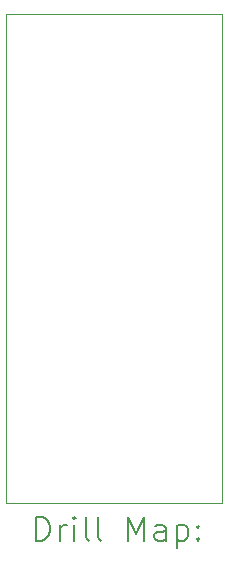
<source format=gbr>
%TF.GenerationSoftware,KiCad,Pcbnew,8.0.7*%
%TF.CreationDate,2025-03-14T20:28:13+02:00*%
%TF.ProjectId,TSSOP32-14mm Adapter,5453534f-5033-4322-9d31-346d6d204164,V1*%
%TF.SameCoordinates,Original*%
%TF.FileFunction,Drillmap*%
%TF.FilePolarity,Positive*%
%FSLAX45Y45*%
G04 Gerber Fmt 4.5, Leading zero omitted, Abs format (unit mm)*
G04 Created by KiCad (PCBNEW 8.0.7) date 2025-03-14 20:28:13*
%MOMM*%
%LPD*%
G01*
G04 APERTURE LIST*
%ADD10C,0.100000*%
%ADD11C,0.200000*%
G04 APERTURE END LIST*
D10*
X-152400Y-3975100D02*
X-152400Y165100D01*
X-152400Y165100D02*
X1676400Y165100D01*
X1676400Y-3975100D02*
X1676400Y165100D01*
X1676400Y-3975100D02*
X-152400Y-3975100D01*
D11*
X103377Y-4291584D02*
X103377Y-4091584D01*
X103377Y-4091584D02*
X150996Y-4091584D01*
X150996Y-4091584D02*
X179567Y-4101108D01*
X179567Y-4101108D02*
X198615Y-4120155D01*
X198615Y-4120155D02*
X208139Y-4139203D01*
X208139Y-4139203D02*
X217662Y-4177298D01*
X217662Y-4177298D02*
X217662Y-4205870D01*
X217662Y-4205870D02*
X208139Y-4243965D01*
X208139Y-4243965D02*
X198615Y-4263012D01*
X198615Y-4263012D02*
X179567Y-4282060D01*
X179567Y-4282060D02*
X150996Y-4291584D01*
X150996Y-4291584D02*
X103377Y-4291584D01*
X303377Y-4291584D02*
X303377Y-4158250D01*
X303377Y-4196346D02*
X312901Y-4177298D01*
X312901Y-4177298D02*
X322424Y-4167774D01*
X322424Y-4167774D02*
X341472Y-4158250D01*
X341472Y-4158250D02*
X360520Y-4158250D01*
X427186Y-4291584D02*
X427186Y-4158250D01*
X427186Y-4091584D02*
X417662Y-4101108D01*
X417662Y-4101108D02*
X427186Y-4110631D01*
X427186Y-4110631D02*
X436710Y-4101108D01*
X436710Y-4101108D02*
X427186Y-4091584D01*
X427186Y-4091584D02*
X427186Y-4110631D01*
X550996Y-4291584D02*
X531948Y-4282060D01*
X531948Y-4282060D02*
X522424Y-4263012D01*
X522424Y-4263012D02*
X522424Y-4091584D01*
X655758Y-4291584D02*
X636710Y-4282060D01*
X636710Y-4282060D02*
X627186Y-4263012D01*
X627186Y-4263012D02*
X627186Y-4091584D01*
X884329Y-4291584D02*
X884329Y-4091584D01*
X884329Y-4091584D02*
X950996Y-4234441D01*
X950996Y-4234441D02*
X1017662Y-4091584D01*
X1017662Y-4091584D02*
X1017662Y-4291584D01*
X1198615Y-4291584D02*
X1198615Y-4186822D01*
X1198615Y-4186822D02*
X1189091Y-4167774D01*
X1189091Y-4167774D02*
X1170044Y-4158250D01*
X1170044Y-4158250D02*
X1131948Y-4158250D01*
X1131948Y-4158250D02*
X1112901Y-4167774D01*
X1198615Y-4282060D02*
X1179567Y-4291584D01*
X1179567Y-4291584D02*
X1131948Y-4291584D01*
X1131948Y-4291584D02*
X1112901Y-4282060D01*
X1112901Y-4282060D02*
X1103377Y-4263012D01*
X1103377Y-4263012D02*
X1103377Y-4243965D01*
X1103377Y-4243965D02*
X1112901Y-4224917D01*
X1112901Y-4224917D02*
X1131948Y-4215393D01*
X1131948Y-4215393D02*
X1179567Y-4215393D01*
X1179567Y-4215393D02*
X1198615Y-4205870D01*
X1293853Y-4158250D02*
X1293853Y-4358250D01*
X1293853Y-4167774D02*
X1312901Y-4158250D01*
X1312901Y-4158250D02*
X1350996Y-4158250D01*
X1350996Y-4158250D02*
X1370044Y-4167774D01*
X1370044Y-4167774D02*
X1379567Y-4177298D01*
X1379567Y-4177298D02*
X1389091Y-4196346D01*
X1389091Y-4196346D02*
X1389091Y-4253489D01*
X1389091Y-4253489D02*
X1379567Y-4272536D01*
X1379567Y-4272536D02*
X1370044Y-4282060D01*
X1370044Y-4282060D02*
X1350996Y-4291584D01*
X1350996Y-4291584D02*
X1312901Y-4291584D01*
X1312901Y-4291584D02*
X1293853Y-4282060D01*
X1474805Y-4272536D02*
X1484329Y-4282060D01*
X1484329Y-4282060D02*
X1474805Y-4291584D01*
X1474805Y-4291584D02*
X1465282Y-4282060D01*
X1465282Y-4282060D02*
X1474805Y-4272536D01*
X1474805Y-4272536D02*
X1474805Y-4291584D01*
X1474805Y-4167774D02*
X1484329Y-4177298D01*
X1484329Y-4177298D02*
X1474805Y-4186822D01*
X1474805Y-4186822D02*
X1465282Y-4177298D01*
X1465282Y-4177298D02*
X1474805Y-4167774D01*
X1474805Y-4167774D02*
X1474805Y-4186822D01*
M02*

</source>
